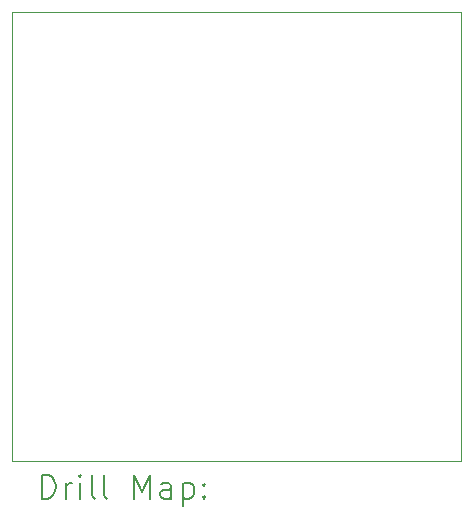
<source format=gbr>
%TF.GenerationSoftware,KiCad,Pcbnew,7.0.8-7.0.8~ubuntu22.04.1*%
%TF.CreationDate,2024-01-26T15:47:42+01:00*%
%TF.ProjectId,imu,696d752e-6b69-4636-9164-5f7063625858,rev?*%
%TF.SameCoordinates,Original*%
%TF.FileFunction,Drillmap*%
%TF.FilePolarity,Positive*%
%FSLAX45Y45*%
G04 Gerber Fmt 4.5, Leading zero omitted, Abs format (unit mm)*
G04 Created by KiCad (PCBNEW 7.0.8-7.0.8~ubuntu22.04.1) date 2024-01-26 15:47:42*
%MOMM*%
%LPD*%
G01*
G04 APERTURE LIST*
%ADD10C,0.100000*%
%ADD11C,0.200000*%
G04 APERTURE END LIST*
D10*
X12000589Y-3664558D02*
X12000589Y-7464558D01*
X8200589Y-7464558D01*
X8200589Y-3664558D01*
X12000589Y-3664558D01*
D11*
X8456366Y-7781042D02*
X8456366Y-7581042D01*
X8456366Y-7581042D02*
X8503985Y-7581042D01*
X8503985Y-7581042D02*
X8532556Y-7590566D01*
X8532556Y-7590566D02*
X8551604Y-7609614D01*
X8551604Y-7609614D02*
X8561128Y-7628661D01*
X8561128Y-7628661D02*
X8570651Y-7666756D01*
X8570651Y-7666756D02*
X8570651Y-7695328D01*
X8570651Y-7695328D02*
X8561128Y-7733423D01*
X8561128Y-7733423D02*
X8551604Y-7752471D01*
X8551604Y-7752471D02*
X8532556Y-7771518D01*
X8532556Y-7771518D02*
X8503985Y-7781042D01*
X8503985Y-7781042D02*
X8456366Y-7781042D01*
X8656366Y-7781042D02*
X8656366Y-7647709D01*
X8656366Y-7685804D02*
X8665889Y-7666756D01*
X8665889Y-7666756D02*
X8675413Y-7657233D01*
X8675413Y-7657233D02*
X8694461Y-7647709D01*
X8694461Y-7647709D02*
X8713509Y-7647709D01*
X8780175Y-7781042D02*
X8780175Y-7647709D01*
X8780175Y-7581042D02*
X8770651Y-7590566D01*
X8770651Y-7590566D02*
X8780175Y-7600090D01*
X8780175Y-7600090D02*
X8789699Y-7590566D01*
X8789699Y-7590566D02*
X8780175Y-7581042D01*
X8780175Y-7581042D02*
X8780175Y-7600090D01*
X8903985Y-7781042D02*
X8884937Y-7771518D01*
X8884937Y-7771518D02*
X8875413Y-7752471D01*
X8875413Y-7752471D02*
X8875413Y-7581042D01*
X9008747Y-7781042D02*
X8989699Y-7771518D01*
X8989699Y-7771518D02*
X8980175Y-7752471D01*
X8980175Y-7752471D02*
X8980175Y-7581042D01*
X9237318Y-7781042D02*
X9237318Y-7581042D01*
X9237318Y-7581042D02*
X9303985Y-7723899D01*
X9303985Y-7723899D02*
X9370651Y-7581042D01*
X9370651Y-7581042D02*
X9370651Y-7781042D01*
X9551604Y-7781042D02*
X9551604Y-7676280D01*
X9551604Y-7676280D02*
X9542080Y-7657233D01*
X9542080Y-7657233D02*
X9523032Y-7647709D01*
X9523032Y-7647709D02*
X9484937Y-7647709D01*
X9484937Y-7647709D02*
X9465889Y-7657233D01*
X9551604Y-7771518D02*
X9532556Y-7781042D01*
X9532556Y-7781042D02*
X9484937Y-7781042D01*
X9484937Y-7781042D02*
X9465889Y-7771518D01*
X9465889Y-7771518D02*
X9456366Y-7752471D01*
X9456366Y-7752471D02*
X9456366Y-7733423D01*
X9456366Y-7733423D02*
X9465889Y-7714375D01*
X9465889Y-7714375D02*
X9484937Y-7704852D01*
X9484937Y-7704852D02*
X9532556Y-7704852D01*
X9532556Y-7704852D02*
X9551604Y-7695328D01*
X9646842Y-7647709D02*
X9646842Y-7847709D01*
X9646842Y-7657233D02*
X9665889Y-7647709D01*
X9665889Y-7647709D02*
X9703985Y-7647709D01*
X9703985Y-7647709D02*
X9723032Y-7657233D01*
X9723032Y-7657233D02*
X9732556Y-7666756D01*
X9732556Y-7666756D02*
X9742080Y-7685804D01*
X9742080Y-7685804D02*
X9742080Y-7742947D01*
X9742080Y-7742947D02*
X9732556Y-7761994D01*
X9732556Y-7761994D02*
X9723032Y-7771518D01*
X9723032Y-7771518D02*
X9703985Y-7781042D01*
X9703985Y-7781042D02*
X9665889Y-7781042D01*
X9665889Y-7781042D02*
X9646842Y-7771518D01*
X9827794Y-7761994D02*
X9837318Y-7771518D01*
X9837318Y-7771518D02*
X9827794Y-7781042D01*
X9827794Y-7781042D02*
X9818270Y-7771518D01*
X9818270Y-7771518D02*
X9827794Y-7761994D01*
X9827794Y-7761994D02*
X9827794Y-7781042D01*
X9827794Y-7657233D02*
X9837318Y-7666756D01*
X9837318Y-7666756D02*
X9827794Y-7676280D01*
X9827794Y-7676280D02*
X9818270Y-7666756D01*
X9818270Y-7666756D02*
X9827794Y-7657233D01*
X9827794Y-7657233D02*
X9827794Y-7676280D01*
M02*

</source>
